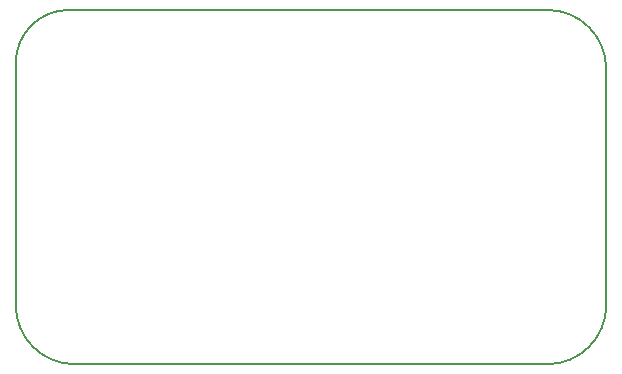
<source format=gm1>
G04 #@! TF.FileFunction,Profile,NP*
%FSLAX46Y46*%
G04 Gerber Fmt 4.6, Leading zero omitted, Abs format (unit mm)*
G04 Created by KiCad (PCBNEW 4.0.2-stable) date 01.11.2016 20:23:11*
%MOMM*%
G01*
G04 APERTURE LIST*
%ADD10C,0.100000*%
%ADD11C,0.150000*%
G04 APERTURE END LIST*
D10*
D11*
X150000000Y-100000000D02*
G75*
G03X155000000Y-95000000I0J5000000D01*
G01*
X155000000Y-75000000D02*
G75*
G03X150000000Y-70000000I-5000000J0D01*
G01*
X105000000Y-95000000D02*
G75*
G03X110000000Y-100000000I5000000J0D01*
G01*
X109500000Y-70000000D02*
G75*
G03X105000000Y-74500000I0J-4500000D01*
G01*
X105000000Y-95000000D02*
X105000000Y-74500000D01*
X155000000Y-95000000D02*
X155000000Y-75000000D01*
X110000000Y-100000000D02*
X150000000Y-100000000D01*
X109500000Y-70000000D02*
X150000000Y-70000000D01*
M02*

</source>
